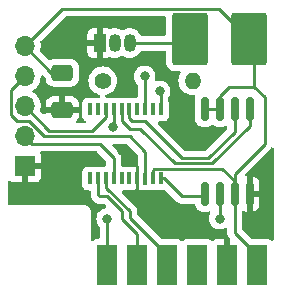
<source format=gbr>
%TF.GenerationSoftware,KiCad,Pcbnew,(6.0.1)*%
%TF.CreationDate,2022-02-07T09:31:49-05:00*%
%TF.ProjectId,hitsmodule,68697473-6d6f-4647-956c-652e6b696361,rev?*%
%TF.SameCoordinates,Original*%
%TF.FileFunction,Copper,L1,Top*%
%TF.FilePolarity,Positive*%
%FSLAX46Y46*%
G04 Gerber Fmt 4.6, Leading zero omitted, Abs format (unit mm)*
G04 Created by KiCad (PCBNEW (6.0.1)) date 2022-02-07 09:31:49*
%MOMM*%
%LPD*%
G01*
G04 APERTURE LIST*
G04 Aperture macros list*
%AMRoundRect*
0 Rectangle with rounded corners*
0 $1 Rounding radius*
0 $2 $3 $4 $5 $6 $7 $8 $9 X,Y pos of 4 corners*
0 Add a 4 corners polygon primitive as box body*
4,1,4,$2,$3,$4,$5,$6,$7,$8,$9,$2,$3,0*
0 Add four circle primitives for the rounded corners*
1,1,$1+$1,$2,$3*
1,1,$1+$1,$4,$5*
1,1,$1+$1,$6,$7*
1,1,$1+$1,$8,$9*
0 Add four rect primitives between the rounded corners*
20,1,$1+$1,$2,$3,$4,$5,0*
20,1,$1+$1,$4,$5,$6,$7,0*
20,1,$1+$1,$6,$7,$8,$9,0*
20,1,$1+$1,$8,$9,$2,$3,0*%
G04 Aperture macros list end*
%TA.AperFunction,SMDPad,CuDef*%
%ADD10RoundRect,0.150000X0.150000X-0.850000X0.150000X0.850000X-0.150000X0.850000X-0.150000X-0.850000X0*%
%TD*%
%TA.AperFunction,ComponentPad*%
%ADD11R,1.700000X3.390000*%
%TD*%
%TA.AperFunction,SMDPad,CuDef*%
%ADD12R,0.400000X1.000000*%
%TD*%
%TA.AperFunction,ComponentPad*%
%ADD13C,1.400000*%
%TD*%
%TA.AperFunction,ComponentPad*%
%ADD14O,1.400000X1.400000*%
%TD*%
%TA.AperFunction,SMDPad,CuDef*%
%ADD15RoundRect,0.250000X-0.650000X0.412500X-0.650000X-0.412500X0.650000X-0.412500X0.650000X0.412500X0*%
%TD*%
%TA.AperFunction,ComponentPad*%
%ADD16R,1.700000X1.700000*%
%TD*%
%TA.AperFunction,ComponentPad*%
%ADD17O,1.700000X1.700000*%
%TD*%
%TA.AperFunction,SMDPad,CuDef*%
%ADD18RoundRect,0.250001X1.262499X1.974999X-1.262499X1.974999X-1.262499X-1.974999X1.262499X-1.974999X0*%
%TD*%
%TA.AperFunction,ComponentPad*%
%ADD19R,1.050000X1.500000*%
%TD*%
%TA.AperFunction,ComponentPad*%
%ADD20O,1.050000X1.500000*%
%TD*%
%TA.AperFunction,ViaPad*%
%ADD21C,0.800000*%
%TD*%
%TA.AperFunction,Conductor*%
%ADD22C,0.250000*%
%TD*%
G04 APERTURE END LIST*
D10*
%TO.P,U1,1,~{CS}*%
%TO.N,SS*%
X155575000Y-92500000D03*
%TO.P,U1,2,SO/SIO1*%
%TO.N,MISO*%
X156845000Y-92500000D03*
%TO.P,U1,3,~{WP}/SIO2*%
%TO.N,+3V3*%
X158115000Y-92500000D03*
%TO.P,U1,4,GND*%
%TO.N,GND*%
X159385000Y-92500000D03*
%TO.P,U1,5,SI/SIO0*%
%TO.N,MOSI*%
X159385000Y-85300000D03*
%TO.P,U1,6,SCLK*%
%TO.N,SCK*%
X158115000Y-85300000D03*
%TO.P,U1,7,~{RESET}/SIO3*%
%TO.N,+3V3*%
X156845000Y-85300000D03*
%TO.P,U1,8,VCC*%
X155575000Y-85300000D03*
%TD*%
D11*
%TO.P,J2,6,Pin_6*%
%TO.N,OUT*%
X147320000Y-98531500D03*
%TO.P,J2,5,Pin_5*%
%TO.N,OKY1*%
X149860000Y-98531500D03*
%TO.P,J2,4,Pin_4*%
%TO.N,OKY2*%
X152400000Y-98531500D03*
%TO.P,J2,3,Pin_3*%
%TO.N,IO1*%
X154940000Y-98531500D03*
%TO.P,J2,2,Pin_2*%
%TO.N,GND*%
X157480000Y-98531500D03*
%TO.P,J2,1,Pin_1*%
%TO.N,+3V3*%
X160020000Y-98531500D03*
%TD*%
D12*
%TO.P,U2,1,P0.5*%
%TO.N,unconnected-(U2-Pad1)*%
X145897200Y-91202000D03*
%TO.P,U2,2,P0.6*%
%TO.N,OKY1*%
X146557600Y-91202000D03*
%TO.P,U2,3,P0.7*%
%TO.N,OKY2*%
X147218000Y-91202000D03*
%TO.P,U2,4,P2.0*%
%TO.N,nRST*%
X147878400Y-91202000D03*
%TO.P,U2,5,P3.0*%
%TO.N,unconnected-(U2-Pad5)*%
X148538800Y-91202000D03*
%TO.P,U2,6,P1.7*%
%TO.N,unconnected-(U2-Pad6)*%
X149199200Y-91202000D03*
%TO.P,U2,7,GND*%
%TO.N,GND*%
X149859600Y-91202000D03*
%TO.P,U2,8,P1.6*%
%TO.N,ICE_DAT*%
X150520000Y-91208000D03*
%TO.P,U2,9,VDD*%
%TO.N,+3V3*%
X151180400Y-91202000D03*
%TO.P,U2,10,P1.5*%
%TO.N,SS*%
X151840800Y-91202000D03*
%TO.P,U2,11,P1.4*%
%TO.N,OUT*%
X151840800Y-85360000D03*
%TO.P,U2,12,P1.3*%
%TO.N,unconnected-(U2-Pad12)*%
X151180400Y-85360000D03*
%TO.P,U2,13,P1.2*%
%TO.N,IO1*%
X150520000Y-85354000D03*
%TO.P,U2,14,P1.1*%
%TO.N,unconnected-(U2-Pad14)*%
X149859600Y-85360000D03*
%TO.P,U2,15,P1.0*%
%TO.N,SCK*%
X149199200Y-85360000D03*
%TO.P,U2,16,P0.0*%
%TO.N,MOSI*%
X148538800Y-85360000D03*
%TO.P,U2,17,P0.1*%
%TO.N,MISO*%
X147878400Y-85360000D03*
%TO.P,U2,18,P0.2*%
%TO.N,ICE_CLK*%
X147218000Y-85360000D03*
%TO.P,U2,19,P0.3*%
%TO.N,unconnected-(U2-Pad19)*%
X146557600Y-85360000D03*
%TO.P,U2,20,P0.4*%
%TO.N,unconnected-(U2-Pad20)*%
X145897200Y-85360000D03*
%TD*%
D13*
%TO.P,R1,1*%
%TO.N,OUT*%
X146939000Y-82931000D03*
D14*
%TO.P,R1,2*%
%TO.N,Net-(Q1-Pad2)*%
X154559000Y-82931000D03*
%TD*%
D15*
%TO.P,C1,1*%
%TO.N,+3V3*%
X143510000Y-82257500D03*
%TO.P,C1,2*%
%TO.N,GND*%
X143510000Y-85382500D03*
%TD*%
D16*
%TO.P,J1,1,Pin_1*%
%TO.N,GND*%
X140335000Y-90165000D03*
D17*
%TO.P,J1,2,Pin_2*%
%TO.N,nRST*%
X140335000Y-87625000D03*
%TO.P,J1,3,Pin_3*%
%TO.N,ICE_CLK*%
X140335000Y-85085000D03*
%TO.P,J1,4,Pin_4*%
%TO.N,ICE_DAT*%
X140335000Y-82545000D03*
%TO.P,J1,5,Pin_5*%
%TO.N,+3V3*%
X140335000Y-80005000D03*
%TD*%
D18*
%TO.P,LS1,1,1*%
%TO.N,+3V3*%
X159357500Y-79375000D03*
%TO.P,LS1,2,2*%
%TO.N,TOUT*%
X154332500Y-79375000D03*
%TD*%
D19*
%TO.P,Q1,1,E*%
%TO.N,GND*%
X146685000Y-79735000D03*
D20*
%TO.P,Q1,2,B*%
%TO.N,Net-(Q1-Pad2)*%
X147955000Y-79735000D03*
%TO.P,Q1,3,C*%
%TO.N,TOUT*%
X149225000Y-79735000D03*
%TD*%
D21*
%TO.N,GND*%
X148590000Y-88900000D03*
X159385000Y-94615000D03*
%TO.N,IO1*%
X150495000Y-82550000D03*
%TO.N,OUT*%
X147320000Y-94615000D03*
X151765000Y-83820000D03*
%TO.N,MISO*%
X156845000Y-94615000D03*
X147852342Y-86811551D03*
%TD*%
D22*
%TO.N,+3V3*%
X151316289Y-90377489D02*
X151180400Y-90513378D01*
X157052489Y-90377489D02*
X151316289Y-90377489D01*
X158115000Y-91440000D02*
X157052489Y-90377489D01*
X151180400Y-90513378D02*
X151180400Y-91202000D01*
X158115000Y-92500000D02*
X158115000Y-91440000D01*
%TO.N,SCK*%
X153613449Y-89478449D02*
X155885551Y-89478449D01*
X150495000Y-86360000D02*
X153613449Y-89478449D01*
X149449200Y-86360000D02*
X150495000Y-86360000D01*
X155885551Y-89478449D02*
X158115000Y-87249000D01*
X158115000Y-87249000D02*
X158115000Y-85300000D01*
X149199200Y-86110000D02*
X149449200Y-86360000D01*
X149199200Y-85360000D02*
X149199200Y-86110000D01*
%TO.N,MOSI*%
X148538800Y-86308800D02*
X148538800Y-85360000D01*
X153035000Y-89927969D02*
X150102031Y-86995000D01*
X149225000Y-86995000D02*
X148538800Y-86308800D01*
X156198031Y-89927969D02*
X153035000Y-89927969D01*
X150102031Y-86995000D02*
X149225000Y-86995000D01*
X159385000Y-86741000D02*
X156198031Y-89927969D01*
X159385000Y-85300000D02*
X159385000Y-86741000D01*
%TO.N,+3V3*%
X159766000Y-79783500D02*
X159357500Y-79375000D01*
X159766000Y-83439000D02*
X159766000Y-79783500D01*
X159766000Y-83439000D02*
X157607000Y-83439000D01*
X157607000Y-83439000D02*
X156845000Y-84201000D01*
X156845000Y-84201000D02*
X156845000Y-85300000D01*
X160655000Y-88265000D02*
X160655000Y-84328000D01*
X160655000Y-84328000D02*
X159766000Y-83439000D01*
X158115000Y-90805000D02*
X160655000Y-88265000D01*
X158115000Y-92500000D02*
X158115000Y-90805000D01*
%TO.N,GND*%
X149859600Y-91202000D02*
X149859600Y-92709600D01*
X149859600Y-92709600D02*
X149860000Y-92710000D01*
X149859600Y-91202000D02*
X149859600Y-90169600D01*
%TO.N,nRST*%
X140335000Y-87625000D02*
X140975000Y-88265000D01*
X146685000Y-88265000D02*
X147878400Y-89458400D01*
X147878400Y-89458400D02*
X147878400Y-91202000D01*
X140975000Y-88265000D02*
X146685000Y-88265000D01*
%TO.N,ICE_CLK*%
X142240000Y-86995000D02*
X142425480Y-87180480D01*
X142425480Y-87180480D02*
X146050000Y-87180480D01*
X147218000Y-86012480D02*
X147218000Y-85360000D01*
X146050000Y-87180480D02*
X147218000Y-86012480D01*
X140335000Y-85085000D02*
X142240000Y-86990000D01*
X142240000Y-86990000D02*
X142240000Y-86995000D01*
%TO.N,ICE_DAT*%
X140335000Y-82545000D02*
X139160489Y-83719511D01*
X139160489Y-83719511D02*
X139160489Y-85820489D01*
X150520000Y-88925000D02*
X150520000Y-91208000D01*
X139160489Y-85820489D02*
X139700000Y-86360000D01*
X142001010Y-87630000D02*
X149225000Y-87630000D01*
X140731010Y-86360000D02*
X142001010Y-87630000D01*
X139700000Y-86360000D02*
X140731010Y-86360000D01*
X149225000Y-87630000D02*
X150520000Y-88925000D01*
%TO.N,+3V3*%
X143510000Y-82257500D02*
X142587500Y-82257500D01*
X143514520Y-76825480D02*
X140335000Y-80005000D01*
X158115000Y-92500000D02*
X158115000Y-95781500D01*
X142587500Y-82257500D02*
X140335000Y-80005000D01*
X156845000Y-85300000D02*
X155575000Y-85300000D01*
X158115000Y-95781500D02*
X160020000Y-97686500D01*
X159357500Y-79375000D02*
X156807980Y-76825480D01*
X156807980Y-76825480D02*
X143514520Y-76825480D01*
%TO.N,IO1*%
X150520000Y-85354000D02*
X150520000Y-82575000D01*
X150520000Y-82575000D02*
X150495000Y-82550000D01*
%TO.N,OKY1*%
X147319282Y-92710000D02*
X148590000Y-93980718D01*
X148590000Y-94615000D02*
X149860000Y-95885000D01*
X149860000Y-95885000D02*
X149860000Y-97686500D01*
X146685000Y-92710000D02*
X147319282Y-92710000D01*
X146557600Y-91202000D02*
X146557600Y-92582600D01*
X146557600Y-92582600D02*
X146685000Y-92710000D01*
X148590000Y-93980718D02*
X148590000Y-94615000D01*
%TO.N,OKY2*%
X149225000Y-94511500D02*
X152400000Y-97686500D01*
X147218000Y-91973000D02*
X149225000Y-93980000D01*
X149225000Y-93980000D02*
X149225000Y-94511500D01*
X147218000Y-91202000D02*
X147218000Y-91973000D01*
%TO.N,OUT*%
X147320000Y-94615000D02*
X147320000Y-99060000D01*
X151840800Y-85360000D02*
X151840800Y-83895800D01*
X151840800Y-83895800D02*
X151765000Y-83820000D01*
%TO.N,TOUT*%
X153972500Y-79735000D02*
X154332500Y-79375000D01*
X149225000Y-79735000D02*
X153972500Y-79735000D01*
%TO.N,SS*%
X153670000Y-92710000D02*
X155365000Y-92710000D01*
X152162000Y-91202000D02*
X153670000Y-92710000D01*
X151840800Y-91202000D02*
X152162000Y-91202000D01*
X155365000Y-92710000D02*
X155575000Y-92500000D01*
%TO.N,MISO*%
X156845000Y-94615000D02*
X156845000Y-92500000D01*
X147878400Y-85360000D02*
X147878400Y-86785493D01*
X147878400Y-86785493D02*
X147852342Y-86811551D01*
%TD*%
%TA.AperFunction,Conductor*%
%TO.N,GND*%
G36*
X149900632Y-92029457D02*
G01*
X149945695Y-92058418D01*
X149951358Y-92064081D01*
X149956739Y-92071261D01*
X149963919Y-92076642D01*
X150009684Y-92110941D01*
X150052199Y-92167800D01*
X150055015Y-92176269D01*
X150064074Y-92207123D01*
X150065465Y-92208328D01*
X150073148Y-92209999D01*
X150104269Y-92209999D01*
X150111091Y-92209629D01*
X150159756Y-92204344D01*
X150202412Y-92207019D01*
X150209684Y-92209745D01*
X150217532Y-92210598D01*
X150217534Y-92210598D01*
X150268469Y-92216131D01*
X150271866Y-92216500D01*
X150768134Y-92216500D01*
X150830316Y-92209745D01*
X150836772Y-92207325D01*
X150878788Y-92204691D01*
X150928867Y-92210131D01*
X150928871Y-92210131D01*
X150932266Y-92210500D01*
X151428534Y-92210500D01*
X151436534Y-92209631D01*
X151490716Y-92203745D01*
X151490845Y-92204932D01*
X151530355Y-92204932D01*
X151530484Y-92203745D01*
X151584667Y-92209631D01*
X151592666Y-92210500D01*
X152088934Y-92210500D01*
X152151116Y-92203745D01*
X152160052Y-92200395D01*
X152161333Y-92200301D01*
X152166200Y-92199144D01*
X152166387Y-92199931D01*
X152230859Y-92195212D01*
X152293378Y-92229282D01*
X153166353Y-93102258D01*
X153173887Y-93110537D01*
X153178000Y-93117018D01*
X153227651Y-93163643D01*
X153230493Y-93166398D01*
X153250230Y-93186135D01*
X153253427Y-93188615D01*
X153262447Y-93196318D01*
X153294679Y-93226586D01*
X153301625Y-93230405D01*
X153301628Y-93230407D01*
X153312434Y-93236348D01*
X153328953Y-93247199D01*
X153344959Y-93259614D01*
X153352228Y-93262759D01*
X153352232Y-93262762D01*
X153385537Y-93277174D01*
X153396187Y-93282391D01*
X153434940Y-93303695D01*
X153442615Y-93305666D01*
X153442616Y-93305666D01*
X153454562Y-93308733D01*
X153473267Y-93315137D01*
X153491855Y-93323181D01*
X153499678Y-93324420D01*
X153499688Y-93324423D01*
X153535524Y-93330099D01*
X153547144Y-93332505D01*
X153582289Y-93341528D01*
X153589970Y-93343500D01*
X153610224Y-93343500D01*
X153629934Y-93345051D01*
X153649943Y-93348220D01*
X153657835Y-93347474D01*
X153693961Y-93344059D01*
X153705819Y-93343500D01*
X154644882Y-93343500D01*
X154713003Y-93363502D01*
X154759496Y-93417158D01*
X154768831Y-93446859D01*
X154768933Y-93447420D01*
X154769438Y-93453831D01*
X154771233Y-93460009D01*
X154771233Y-93460010D01*
X154813586Y-93605790D01*
X154815855Y-93613601D01*
X154832311Y-93641427D01*
X154896509Y-93749980D01*
X154896511Y-93749983D01*
X154900547Y-93756807D01*
X155018193Y-93874453D01*
X155025017Y-93878489D01*
X155025020Y-93878491D01*
X155078888Y-93910348D01*
X155161399Y-93959145D01*
X155169010Y-93961356D01*
X155169012Y-93961357D01*
X155221231Y-93976528D01*
X155321169Y-94005562D01*
X155327574Y-94006066D01*
X155327579Y-94006067D01*
X155356042Y-94008307D01*
X155356050Y-94008307D01*
X155358498Y-94008500D01*
X155791502Y-94008500D01*
X155793950Y-94008307D01*
X155793958Y-94008307D01*
X155822421Y-94006067D01*
X155822426Y-94006066D01*
X155828831Y-94005562D01*
X155911113Y-93981657D01*
X155982110Y-93981860D01*
X156041726Y-94020414D01*
X156071034Y-94085079D01*
X156060730Y-94155324D01*
X156055385Y-94165654D01*
X156010473Y-94243444D01*
X155951458Y-94425072D01*
X155950768Y-94431633D01*
X155950768Y-94431635D01*
X155944887Y-94487587D01*
X155931496Y-94615000D01*
X155951458Y-94804928D01*
X156010473Y-94986556D01*
X156105960Y-95151944D01*
X156233747Y-95293866D01*
X156388248Y-95406118D01*
X156394276Y-95408802D01*
X156394278Y-95408803D01*
X156556681Y-95481109D01*
X156562712Y-95483794D01*
X156656112Y-95503647D01*
X156743056Y-95522128D01*
X156743061Y-95522128D01*
X156749513Y-95523500D01*
X156940487Y-95523500D01*
X156946939Y-95522128D01*
X156946944Y-95522128D01*
X157033888Y-95503647D01*
X157127288Y-95483794D01*
X157151656Y-95472945D01*
X157301752Y-95406118D01*
X157302677Y-95408196D01*
X157361488Y-95393924D01*
X157428581Y-95417141D01*
X157472472Y-95472945D01*
X157481500Y-95519782D01*
X157481500Y-95702733D01*
X157480973Y-95713916D01*
X157479298Y-95721409D01*
X157479547Y-95729335D01*
X157479547Y-95729336D01*
X157481438Y-95789486D01*
X157481500Y-95793445D01*
X157481500Y-95821356D01*
X157481997Y-95825290D01*
X157481997Y-95825291D01*
X157482005Y-95825356D01*
X157482938Y-95837193D01*
X157484327Y-95881389D01*
X157489978Y-95900839D01*
X157493987Y-95920200D01*
X157496526Y-95940297D01*
X157499445Y-95947668D01*
X157499445Y-95947670D01*
X157512804Y-95981412D01*
X157516649Y-95992642D01*
X157528982Y-96035093D01*
X157533015Y-96041912D01*
X157533017Y-96041917D01*
X157539293Y-96052528D01*
X157547988Y-96070276D01*
X157555448Y-96089117D01*
X157560110Y-96095533D01*
X157560110Y-96095534D01*
X157581436Y-96124887D01*
X157587952Y-96134807D01*
X157610458Y-96172862D01*
X157624779Y-96187183D01*
X157637619Y-96202216D01*
X157649528Y-96218607D01*
X157655634Y-96223658D01*
X157683605Y-96246798D01*
X157692384Y-96254788D01*
X157697095Y-96259499D01*
X157731121Y-96321811D01*
X157734000Y-96348594D01*
X157734000Y-98659500D01*
X157713998Y-98727621D01*
X157660342Y-98774114D01*
X157608000Y-98785500D01*
X157352000Y-98785500D01*
X157283879Y-98765498D01*
X157237386Y-98711842D01*
X157226000Y-98659500D01*
X157226000Y-96346616D01*
X157221525Y-96331377D01*
X157220135Y-96330172D01*
X157212452Y-96328501D01*
X156585331Y-96328501D01*
X156578510Y-96328871D01*
X156527648Y-96334395D01*
X156512396Y-96338021D01*
X156391946Y-96383176D01*
X156376351Y-96391714D01*
X156285982Y-96459442D01*
X156219475Y-96484290D01*
X156150093Y-96469237D01*
X156134852Y-96459442D01*
X156081557Y-96419500D01*
X156036705Y-96385885D01*
X155900316Y-96334755D01*
X155838134Y-96328000D01*
X154041866Y-96328000D01*
X153979684Y-96334755D01*
X153843295Y-96385885D01*
X153745565Y-96459130D01*
X153679059Y-96483978D01*
X153609676Y-96468925D01*
X153594435Y-96459130D01*
X153496705Y-96385885D01*
X153360316Y-96334755D01*
X153298134Y-96328000D01*
X151989594Y-96328000D01*
X151921473Y-96307998D01*
X151900499Y-96291095D01*
X149895405Y-94286000D01*
X149861379Y-94223688D01*
X149858500Y-94196905D01*
X149858500Y-94058768D01*
X149859027Y-94047585D01*
X149860702Y-94040092D01*
X149859491Y-94001544D01*
X149858562Y-93972002D01*
X149858500Y-93968044D01*
X149858500Y-93940144D01*
X149857994Y-93936134D01*
X149857063Y-93924311D01*
X149857020Y-93922925D01*
X149855674Y-93880111D01*
X149852286Y-93868449D01*
X149850021Y-93860652D01*
X149846012Y-93841293D01*
X149845846Y-93839983D01*
X149843474Y-93821203D01*
X149840558Y-93813837D01*
X149840556Y-93813831D01*
X149827200Y-93780098D01*
X149823355Y-93768868D01*
X149813230Y-93734017D01*
X149813230Y-93734016D01*
X149811019Y-93726407D01*
X149800705Y-93708966D01*
X149792008Y-93691213D01*
X149787472Y-93679758D01*
X149784552Y-93672383D01*
X149762061Y-93641427D01*
X149758563Y-93636612D01*
X149752047Y-93626692D01*
X149739803Y-93605988D01*
X149729542Y-93588638D01*
X149715221Y-93574317D01*
X149702380Y-93559283D01*
X149695131Y-93549306D01*
X149690472Y-93542893D01*
X149656395Y-93514702D01*
X149647616Y-93506712D01*
X148566500Y-92425595D01*
X148532474Y-92363283D01*
X148537539Y-92292467D01*
X148580086Y-92235632D01*
X148646606Y-92210821D01*
X148655595Y-92210500D01*
X148786934Y-92210500D01*
X148794934Y-92209631D01*
X148849116Y-92203745D01*
X148849245Y-92204932D01*
X148888755Y-92204932D01*
X148888884Y-92203745D01*
X148943067Y-92209631D01*
X148951066Y-92210500D01*
X149447334Y-92210500D01*
X149455334Y-92209631D01*
X149509516Y-92203745D01*
X149509617Y-92204675D01*
X149549238Y-92204675D01*
X149549393Y-92203252D01*
X149608114Y-92209631D01*
X149614928Y-92210000D01*
X149641485Y-92210000D01*
X149656724Y-92205525D01*
X149657929Y-92204135D01*
X149662479Y-92183217D01*
X149665889Y-92183959D01*
X149679602Y-92137257D01*
X149710035Y-92104552D01*
X149755281Y-92070642D01*
X149762461Y-92065261D01*
X149767648Y-92058340D01*
X149829817Y-92024392D01*
X149900632Y-92029457D01*
G37*
%TD.AperFunction*%
%TA.AperFunction,Conductor*%
G36*
X146438527Y-88918502D02*
G01*
X146459501Y-88935405D01*
X147207995Y-89683899D01*
X147242021Y-89746211D01*
X147244900Y-89772994D01*
X147244900Y-90067500D01*
X147224898Y-90135621D01*
X147171242Y-90182114D01*
X147118900Y-90193500D01*
X146969866Y-90193500D01*
X146907684Y-90200255D01*
X146907555Y-90199068D01*
X146868045Y-90199068D01*
X146867916Y-90200255D01*
X146809131Y-90193869D01*
X146805734Y-90193500D01*
X146309466Y-90193500D01*
X146247284Y-90200255D01*
X146247155Y-90199068D01*
X146207645Y-90199068D01*
X146207516Y-90200255D01*
X146148731Y-90193869D01*
X146145334Y-90193500D01*
X145649066Y-90193500D01*
X145586884Y-90200255D01*
X145450495Y-90251385D01*
X145333939Y-90338739D01*
X145246585Y-90455295D01*
X145195455Y-90591684D01*
X145188700Y-90653866D01*
X145188700Y-91750134D01*
X145195455Y-91812316D01*
X145246585Y-91948705D01*
X145333939Y-92065261D01*
X145450495Y-92152615D01*
X145586884Y-92203745D01*
X145649066Y-92210500D01*
X145798100Y-92210500D01*
X145866221Y-92230502D01*
X145912714Y-92284158D01*
X145924100Y-92336500D01*
X145924100Y-92503833D01*
X145923573Y-92515016D01*
X145921898Y-92522509D01*
X145922147Y-92530435D01*
X145922147Y-92530436D01*
X145924038Y-92590586D01*
X145924100Y-92594545D01*
X145924100Y-92622456D01*
X145924597Y-92626390D01*
X145924597Y-92626391D01*
X145924605Y-92626456D01*
X145925538Y-92638293D01*
X145926927Y-92682489D01*
X145932578Y-92701939D01*
X145936587Y-92721300D01*
X145939126Y-92741397D01*
X145942045Y-92748768D01*
X145942045Y-92748770D01*
X145955404Y-92782512D01*
X145959249Y-92793742D01*
X145971582Y-92836193D01*
X145975615Y-92843012D01*
X145975617Y-92843017D01*
X145981893Y-92853628D01*
X145990588Y-92871376D01*
X145998048Y-92890217D01*
X146002710Y-92896633D01*
X146002710Y-92896634D01*
X146024036Y-92925987D01*
X146030552Y-92935907D01*
X146053058Y-92973962D01*
X146067382Y-92988286D01*
X146080217Y-93003313D01*
X146092128Y-93019707D01*
X146098236Y-93024760D01*
X146098238Y-93024762D01*
X146126198Y-93047892D01*
X146134978Y-93055882D01*
X146181347Y-93102251D01*
X146188887Y-93110537D01*
X146193000Y-93117018D01*
X146198779Y-93122445D01*
X146198780Y-93122446D01*
X146242652Y-93163644D01*
X146245493Y-93166398D01*
X146265230Y-93186135D01*
X146268427Y-93188615D01*
X146277447Y-93196318D01*
X146309679Y-93226586D01*
X146316625Y-93230405D01*
X146316628Y-93230407D01*
X146327434Y-93236348D01*
X146343953Y-93247199D01*
X146359959Y-93259614D01*
X146367228Y-93262759D01*
X146367232Y-93262762D01*
X146400537Y-93277174D01*
X146411187Y-93282391D01*
X146449940Y-93303695D01*
X146457615Y-93305666D01*
X146457616Y-93305666D01*
X146469562Y-93308733D01*
X146488267Y-93315137D01*
X146506855Y-93323181D01*
X146514678Y-93324420D01*
X146514688Y-93324423D01*
X146550524Y-93330099D01*
X146562144Y-93332505D01*
X146597289Y-93341528D01*
X146604970Y-93343500D01*
X146625224Y-93343500D01*
X146644934Y-93345051D01*
X146664943Y-93348220D01*
X146672835Y-93347474D01*
X146708961Y-93344059D01*
X146720819Y-93343500D01*
X147004688Y-93343500D01*
X147072809Y-93363502D01*
X147093783Y-93380405D01*
X147221538Y-93508160D01*
X147255564Y-93570472D01*
X147250499Y-93641287D01*
X147207952Y-93698123D01*
X147158641Y-93720502D01*
X147037712Y-93746206D01*
X147031682Y-93748891D01*
X147031681Y-93748891D01*
X146869278Y-93821197D01*
X146869276Y-93821198D01*
X146863248Y-93823882D01*
X146708747Y-93936134D01*
X146704326Y-93941044D01*
X146704325Y-93941045D01*
X146649852Y-94001544D01*
X146580960Y-94078056D01*
X146485473Y-94243444D01*
X146426458Y-94425072D01*
X146425768Y-94431633D01*
X146425768Y-94431635D01*
X146419887Y-94487587D01*
X146406496Y-94615000D01*
X146426458Y-94804928D01*
X146485473Y-94986556D01*
X146580960Y-95151944D01*
X146654137Y-95233215D01*
X146684853Y-95297221D01*
X146686500Y-95317524D01*
X146686500Y-96202000D01*
X146666498Y-96270121D01*
X146612842Y-96316614D01*
X146560500Y-96328000D01*
X146421866Y-96328000D01*
X146359684Y-96334755D01*
X146223295Y-96385885D01*
X146178443Y-96419500D01*
X146124565Y-96459879D01*
X146058059Y-96484727D01*
X145988676Y-96469674D01*
X145938446Y-96419500D01*
X145923000Y-96359053D01*
X145923000Y-93988702D01*
X145923002Y-93987932D01*
X145923111Y-93970029D01*
X145923476Y-93910348D01*
X145921010Y-93901719D01*
X145921009Y-93901714D01*
X145915361Y-93881952D01*
X145911783Y-93865191D01*
X145908870Y-93844848D01*
X145908867Y-93844838D01*
X145907595Y-93835955D01*
X145896979Y-93812605D01*
X145890536Y-93795093D01*
X145885954Y-93779063D01*
X145883488Y-93770435D01*
X145867726Y-93745452D01*
X145859596Y-93730386D01*
X145847367Y-93703490D01*
X145830626Y-93684061D01*
X145819521Y-93669053D01*
X145810630Y-93654961D01*
X145805840Y-93647369D01*
X145783703Y-93627818D01*
X145771659Y-93615626D01*
X145758239Y-93600051D01*
X145758237Y-93600050D01*
X145752381Y-93593253D01*
X145744853Y-93588374D01*
X145744850Y-93588371D01*
X145730861Y-93579304D01*
X145715987Y-93568014D01*
X145703502Y-93556988D01*
X145696772Y-93551044D01*
X145688646Y-93547229D01*
X145688645Y-93547228D01*
X145682979Y-93544568D01*
X145670034Y-93538490D01*
X145655065Y-93530176D01*
X145630273Y-93514107D01*
X145605709Y-93506761D01*
X145588264Y-93500099D01*
X145565052Y-93489201D01*
X145535870Y-93484657D01*
X145519151Y-93480874D01*
X145499464Y-93474986D01*
X145499461Y-93474985D01*
X145490859Y-93472413D01*
X145481884Y-93472358D01*
X145481883Y-93472358D01*
X145475190Y-93472317D01*
X145456444Y-93472203D01*
X145455672Y-93472170D01*
X145454577Y-93472000D01*
X145423702Y-93472000D01*
X145422932Y-93471998D01*
X145349284Y-93471548D01*
X145349283Y-93471548D01*
X145345348Y-93471524D01*
X145344004Y-93471908D01*
X145342659Y-93472000D01*
X139064000Y-93472000D01*
X138995879Y-93451998D01*
X138949386Y-93398342D01*
X138938000Y-93346000D01*
X138938000Y-91491822D01*
X138958002Y-91423701D01*
X139011658Y-91377208D01*
X139081932Y-91367104D01*
X139139565Y-91390996D01*
X139231351Y-91459786D01*
X139246946Y-91468324D01*
X139367394Y-91513478D01*
X139382649Y-91517105D01*
X139433514Y-91522631D01*
X139440328Y-91523000D01*
X140062885Y-91523000D01*
X140078124Y-91518525D01*
X140079329Y-91517135D01*
X140081000Y-91509452D01*
X140081000Y-91504884D01*
X140589000Y-91504884D01*
X140593475Y-91520123D01*
X140594865Y-91521328D01*
X140602548Y-91522999D01*
X141229669Y-91522999D01*
X141236490Y-91522629D01*
X141287352Y-91517105D01*
X141302604Y-91513479D01*
X141423054Y-91468324D01*
X141438649Y-91459786D01*
X141540724Y-91383285D01*
X141553285Y-91370724D01*
X141629786Y-91268649D01*
X141638324Y-91253054D01*
X141683478Y-91132606D01*
X141687105Y-91117351D01*
X141692631Y-91066486D01*
X141693000Y-91059672D01*
X141693000Y-90437115D01*
X141688525Y-90421876D01*
X141687135Y-90420671D01*
X141679452Y-90419000D01*
X140607115Y-90419000D01*
X140591876Y-90423475D01*
X140590671Y-90424865D01*
X140589000Y-90432548D01*
X140589000Y-91504884D01*
X140081000Y-91504884D01*
X140081000Y-90037000D01*
X140101002Y-89968879D01*
X140154658Y-89922386D01*
X140207000Y-89911000D01*
X141674884Y-89911000D01*
X141690123Y-89906525D01*
X141691328Y-89905135D01*
X141692999Y-89897452D01*
X141692999Y-89270331D01*
X141692629Y-89263510D01*
X141687105Y-89212648D01*
X141683479Y-89197396D01*
X141635244Y-89068730D01*
X141630061Y-88997923D01*
X141663982Y-88935554D01*
X141726237Y-88901424D01*
X141753226Y-88898500D01*
X146370406Y-88898500D01*
X146438527Y-88918502D01*
G37*
%TD.AperFunction*%
%TA.AperFunction,Conductor*%
G36*
X161366797Y-88584000D02*
G01*
X161409181Y-88640957D01*
X161417000Y-88684652D01*
X161417000Y-96359053D01*
X161396998Y-96427174D01*
X161343342Y-96473667D01*
X161273068Y-96483771D01*
X161215435Y-96459879D01*
X161161557Y-96419500D01*
X161116705Y-96385885D01*
X160980316Y-96334755D01*
X160918134Y-96328000D01*
X159609595Y-96328000D01*
X159541474Y-96307998D01*
X159520499Y-96291095D01*
X158785404Y-95555999D01*
X158751379Y-95493687D01*
X158748500Y-95466904D01*
X158748500Y-94047643D01*
X158768502Y-93979522D01*
X158822158Y-93933029D01*
X158892432Y-93922925D01*
X158938639Y-93939189D01*
X158964779Y-93954648D01*
X158979210Y-93960893D01*
X159113605Y-93999939D01*
X159127706Y-93999899D01*
X159131000Y-93992630D01*
X159131000Y-93986878D01*
X159639000Y-93986878D01*
X159642973Y-94000409D01*
X159650871Y-94001544D01*
X159790790Y-93960893D01*
X159805221Y-93954648D01*
X159934678Y-93878089D01*
X159947104Y-93868449D01*
X160053449Y-93762104D01*
X160063089Y-93749678D01*
X160139648Y-93620221D01*
X160145893Y-93605790D01*
X160188269Y-93459935D01*
X160190570Y-93447333D01*
X160192807Y-93418916D01*
X160193000Y-93413986D01*
X160193000Y-92772115D01*
X160188525Y-92756876D01*
X160187135Y-92755671D01*
X160179452Y-92754000D01*
X159657115Y-92754000D01*
X159641876Y-92758475D01*
X159640671Y-92759865D01*
X159639000Y-92767548D01*
X159639000Y-93986878D01*
X159131000Y-93986878D01*
X159131000Y-92227885D01*
X159639000Y-92227885D01*
X159643475Y-92243124D01*
X159644865Y-92244329D01*
X159652548Y-92246000D01*
X160174884Y-92246000D01*
X160190123Y-92241525D01*
X160191328Y-92240135D01*
X160192999Y-92232452D01*
X160192999Y-91586017D01*
X160192805Y-91581080D01*
X160190570Y-91552664D01*
X160188270Y-91540069D01*
X160145893Y-91394210D01*
X160139648Y-91379779D01*
X160063089Y-91250322D01*
X160053449Y-91237896D01*
X159947104Y-91131551D01*
X159934678Y-91121911D01*
X159805221Y-91045352D01*
X159790790Y-91039107D01*
X159656395Y-91000061D01*
X159642294Y-91000101D01*
X159639000Y-91007370D01*
X159639000Y-92227885D01*
X159131000Y-92227885D01*
X159131000Y-91013122D01*
X159127027Y-90999592D01*
X159104524Y-90996357D01*
X159039943Y-90966864D01*
X159001559Y-90907138D01*
X159001559Y-90836141D01*
X159033360Y-90782544D01*
X161047247Y-88768657D01*
X161055537Y-88761113D01*
X161062018Y-88757000D01*
X161108659Y-88707332D01*
X161111413Y-88704491D01*
X161131134Y-88684770D01*
X161133612Y-88681575D01*
X161141318Y-88672553D01*
X161166158Y-88646101D01*
X161171586Y-88640321D01*
X161175408Y-88633369D01*
X161180586Y-88623951D01*
X161230931Y-88573892D01*
X161300348Y-88558999D01*
X161366797Y-88584000D01*
G37*
%TD.AperFunction*%
%TA.AperFunction,Conductor*%
G36*
X148978527Y-88283502D02*
G01*
X148999501Y-88300405D01*
X149849595Y-89150499D01*
X149883621Y-89212811D01*
X149886500Y-89239594D01*
X149886500Y-90068000D01*
X149866498Y-90136121D01*
X149812842Y-90182614D01*
X149760501Y-90194000D01*
X149614932Y-90194001D01*
X149608110Y-90194371D01*
X149549393Y-90200748D01*
X149549239Y-90199328D01*
X149509617Y-90199326D01*
X149509516Y-90200255D01*
X149450731Y-90193869D01*
X149447334Y-90193500D01*
X148951066Y-90193500D01*
X148888884Y-90200255D01*
X148888755Y-90199068D01*
X148849245Y-90199068D01*
X148849116Y-90200255D01*
X148790331Y-90193869D01*
X148786934Y-90193500D01*
X148637900Y-90193500D01*
X148569779Y-90173498D01*
X148523286Y-90119842D01*
X148511900Y-90067500D01*
X148511900Y-89537163D01*
X148512427Y-89525979D01*
X148514101Y-89518491D01*
X148511962Y-89450432D01*
X148511900Y-89446475D01*
X148511900Y-89418544D01*
X148511394Y-89414538D01*
X148510461Y-89402692D01*
X148509322Y-89366437D01*
X148509073Y-89358510D01*
X148503422Y-89339058D01*
X148499414Y-89319706D01*
X148497868Y-89307468D01*
X148497867Y-89307466D01*
X148496874Y-89299603D01*
X148480594Y-89258486D01*
X148476759Y-89247285D01*
X148464418Y-89204806D01*
X148460385Y-89197987D01*
X148460383Y-89197982D01*
X148454107Y-89187371D01*
X148445410Y-89169621D01*
X148437952Y-89150783D01*
X148411971Y-89115023D01*
X148405453Y-89105101D01*
X148386978Y-89073860D01*
X148386974Y-89073855D01*
X148382942Y-89067037D01*
X148368618Y-89052713D01*
X148355776Y-89037678D01*
X148343872Y-89021293D01*
X148309806Y-88993111D01*
X148301027Y-88985122D01*
X147794500Y-88478595D01*
X147760474Y-88416283D01*
X147765539Y-88345468D01*
X147808086Y-88288632D01*
X147874606Y-88263821D01*
X147883595Y-88263500D01*
X148910406Y-88263500D01*
X148978527Y-88283502D01*
G37*
%TD.AperFunction*%
%TA.AperFunction,Conductor*%
G36*
X152253621Y-77478982D02*
G01*
X152300114Y-77532638D01*
X152311500Y-77584980D01*
X152311500Y-78975500D01*
X152291498Y-79043621D01*
X152237842Y-79090114D01*
X152185500Y-79101500D01*
X150254067Y-79101500D01*
X150185946Y-79081498D01*
X150142815Y-79034653D01*
X150092883Y-78940743D01*
X150089990Y-78935302D01*
X149961890Y-78778237D01*
X149949539Y-78768019D01*
X149810472Y-78652973D01*
X149810469Y-78652971D01*
X149805722Y-78649044D01*
X149627435Y-78552644D01*
X149530628Y-78522677D01*
X149439707Y-78494532D01*
X149439704Y-78494531D01*
X149433820Y-78492710D01*
X149427695Y-78492066D01*
X149427694Y-78492066D01*
X149238378Y-78472168D01*
X149238377Y-78472168D01*
X149232250Y-78471524D01*
X149153709Y-78478672D01*
X149036543Y-78489335D01*
X149036540Y-78489336D01*
X149030404Y-78489894D01*
X149024498Y-78491632D01*
X149024494Y-78491633D01*
X148888442Y-78531676D01*
X148835971Y-78547119D01*
X148830514Y-78549972D01*
X148830511Y-78549973D01*
X148746163Y-78594069D01*
X148656540Y-78640923D01*
X148656538Y-78640923D01*
X148656355Y-78641019D01*
X148656337Y-78640984D01*
X148590559Y-78660889D01*
X148529591Y-78645729D01*
X148520815Y-78640984D01*
X148357435Y-78552644D01*
X148260628Y-78522677D01*
X148169707Y-78494532D01*
X148169704Y-78494531D01*
X148163820Y-78492710D01*
X148157695Y-78492066D01*
X148157694Y-78492066D01*
X147968378Y-78472168D01*
X147968377Y-78472168D01*
X147962250Y-78471524D01*
X147883709Y-78478672D01*
X147766543Y-78489335D01*
X147766540Y-78489336D01*
X147760404Y-78489894D01*
X147754498Y-78491632D01*
X147754494Y-78491633D01*
X147663188Y-78518506D01*
X147565971Y-78547119D01*
X147565771Y-78546441D01*
X147499727Y-78552956D01*
X147462677Y-78539680D01*
X147448063Y-78531679D01*
X147327606Y-78486522D01*
X147312351Y-78482895D01*
X147261486Y-78477369D01*
X147254672Y-78477000D01*
X146957115Y-78477000D01*
X146941876Y-78481475D01*
X146940671Y-78482865D01*
X146939000Y-78490548D01*
X146939000Y-79288758D01*
X146938215Y-79302803D01*
X146921500Y-79451817D01*
X146921500Y-80011004D01*
X146936277Y-80161713D01*
X146936968Y-80164002D01*
X146939000Y-80184724D01*
X146939000Y-80974884D01*
X146943475Y-80990123D01*
X146944865Y-80991328D01*
X146952548Y-80992999D01*
X147254669Y-80992999D01*
X147261490Y-80992629D01*
X147312352Y-80987105D01*
X147327604Y-80983479D01*
X147448056Y-80938323D01*
X147463466Y-80929886D01*
X147532823Y-80914716D01*
X147561235Y-80920040D01*
X147746180Y-80977290D01*
X147752305Y-80977934D01*
X147752306Y-80977934D01*
X147941622Y-80997832D01*
X147941623Y-80997832D01*
X147947750Y-80998476D01*
X148057090Y-80988525D01*
X148143457Y-80980665D01*
X148143460Y-80980664D01*
X148149596Y-80980106D01*
X148155502Y-80978368D01*
X148155506Y-80978367D01*
X148338120Y-80924620D01*
X148338119Y-80924620D01*
X148344029Y-80922881D01*
X148349486Y-80920028D01*
X148349489Y-80920027D01*
X148501182Y-80840724D01*
X148523460Y-80829077D01*
X148523462Y-80829077D01*
X148523645Y-80828981D01*
X148523663Y-80829016D01*
X148589441Y-80809111D01*
X148650409Y-80824271D01*
X148822565Y-80917356D01*
X148919373Y-80947323D01*
X149010293Y-80975468D01*
X149010296Y-80975469D01*
X149016180Y-80977290D01*
X149022305Y-80977934D01*
X149022306Y-80977934D01*
X149211622Y-80997832D01*
X149211623Y-80997832D01*
X149217750Y-80998476D01*
X149327090Y-80988525D01*
X149413457Y-80980665D01*
X149413460Y-80980664D01*
X149419596Y-80980106D01*
X149425502Y-80978368D01*
X149425506Y-80978367D01*
X149608120Y-80924620D01*
X149608119Y-80924620D01*
X149614029Y-80922881D01*
X149619486Y-80920028D01*
X149619489Y-80920027D01*
X149771182Y-80840724D01*
X149793645Y-80828981D01*
X149951601Y-80701981D01*
X150081881Y-80546719D01*
X150084845Y-80541327D01*
X150084848Y-80541323D01*
X150143959Y-80433799D01*
X150194304Y-80383741D01*
X150254374Y-80368500D01*
X152185500Y-80368500D01*
X152253621Y-80388502D01*
X152300114Y-80442158D01*
X152311500Y-80494500D01*
X152311500Y-81400400D01*
X152322474Y-81506165D01*
X152324655Y-81512701D01*
X152324655Y-81512703D01*
X152329759Y-81528002D01*
X152378450Y-81673945D01*
X152471522Y-81824348D01*
X152596697Y-81949305D01*
X152602927Y-81953145D01*
X152602928Y-81953146D01*
X152740090Y-82037694D01*
X152747262Y-82042115D01*
X152827005Y-82068564D01*
X152908611Y-82095632D01*
X152908613Y-82095632D01*
X152915139Y-82097797D01*
X152921975Y-82098497D01*
X152921978Y-82098498D01*
X152965031Y-82102909D01*
X153019600Y-82108500D01*
X153417572Y-82108500D01*
X153485693Y-82128502D01*
X153532186Y-82182158D01*
X153542290Y-82252432D01*
X153520785Y-82306770D01*
X153508411Y-82324442D01*
X153419044Y-82516090D01*
X153417622Y-82521398D01*
X153417621Y-82521400D01*
X153409958Y-82550000D01*
X153364314Y-82720345D01*
X153345884Y-82931000D01*
X153364314Y-83141655D01*
X153365738Y-83146968D01*
X153365738Y-83146970D01*
X153396908Y-83263296D01*
X153419044Y-83345910D01*
X153421366Y-83350891D01*
X153421367Y-83350892D01*
X153426601Y-83362115D01*
X153508411Y-83537558D01*
X153629699Y-83710776D01*
X153779224Y-83860301D01*
X153952442Y-83981589D01*
X153957420Y-83983910D01*
X153957423Y-83983912D01*
X154139108Y-84068633D01*
X154144090Y-84070956D01*
X154149398Y-84072378D01*
X154149400Y-84072379D01*
X154343030Y-84124262D01*
X154343032Y-84124262D01*
X154348345Y-84125686D01*
X154559000Y-84144116D01*
X154564475Y-84143637D01*
X154564486Y-84143637D01*
X154651840Y-84135994D01*
X154721445Y-84149982D01*
X154772437Y-84199381D01*
X154788628Y-84268507D01*
X154783819Y-84296665D01*
X154773700Y-84331498D01*
X154769438Y-84346169D01*
X154768934Y-84352574D01*
X154768933Y-84352579D01*
X154766693Y-84381042D01*
X154766500Y-84383498D01*
X154766500Y-86216502D01*
X154769438Y-86253831D01*
X154784371Y-86305231D01*
X154810054Y-86393632D01*
X154815855Y-86413601D01*
X154819892Y-86420427D01*
X154896509Y-86549980D01*
X154896511Y-86549983D01*
X154900547Y-86556807D01*
X155018193Y-86674453D01*
X155025017Y-86678489D01*
X155025020Y-86678491D01*
X155099116Y-86722311D01*
X155161399Y-86759145D01*
X155169010Y-86761356D01*
X155169012Y-86761357D01*
X155188498Y-86767018D01*
X155321169Y-86805562D01*
X155327574Y-86806066D01*
X155327579Y-86806067D01*
X155356042Y-86808307D01*
X155356050Y-86808307D01*
X155358498Y-86808500D01*
X155791502Y-86808500D01*
X155793950Y-86808307D01*
X155793958Y-86808307D01*
X155822421Y-86806067D01*
X155822426Y-86806066D01*
X155828831Y-86805562D01*
X155961502Y-86767018D01*
X155980988Y-86761357D01*
X155980990Y-86761356D01*
X155988601Y-86759145D01*
X156131807Y-86674453D01*
X156134489Y-86671771D01*
X156198861Y-86646498D01*
X156268484Y-86660400D01*
X156284312Y-86670572D01*
X156288193Y-86674453D01*
X156431399Y-86759145D01*
X156439010Y-86761356D01*
X156439012Y-86761357D01*
X156458498Y-86767018D01*
X156591169Y-86805562D01*
X156597574Y-86806066D01*
X156597579Y-86806067D01*
X156626042Y-86808307D01*
X156626050Y-86808307D01*
X156628498Y-86808500D01*
X157061502Y-86808500D01*
X157063950Y-86808307D01*
X157063958Y-86808307D01*
X157092421Y-86806067D01*
X157092426Y-86806066D01*
X157098831Y-86805562D01*
X157231502Y-86767018D01*
X157250988Y-86761357D01*
X157250990Y-86761356D01*
X157258601Y-86759145D01*
X157291363Y-86739769D01*
X157360178Y-86722311D01*
X157427509Y-86744828D01*
X157471978Y-86800173D01*
X157481500Y-86848224D01*
X157481500Y-86934406D01*
X157461498Y-87002527D01*
X157444595Y-87023501D01*
X155660051Y-88808044D01*
X155597739Y-88842070D01*
X155570956Y-88844949D01*
X153928043Y-88844949D01*
X153859922Y-88824947D01*
X153838948Y-88808044D01*
X151614500Y-86583595D01*
X151580474Y-86521283D01*
X151585539Y-86450467D01*
X151628086Y-86393632D01*
X151694606Y-86368821D01*
X151703595Y-86368500D01*
X152088934Y-86368500D01*
X152151116Y-86361745D01*
X152287505Y-86310615D01*
X152404061Y-86223261D01*
X152491415Y-86106705D01*
X152542545Y-85970316D01*
X152549300Y-85908134D01*
X152549300Y-84811866D01*
X152542545Y-84749684D01*
X152491415Y-84613295D01*
X152489064Y-84610158D01*
X152474300Y-84552450D01*
X152474300Y-84437644D01*
X152498362Y-84363586D01*
X152499625Y-84361848D01*
X152504040Y-84356944D01*
X152581953Y-84221995D01*
X152596223Y-84197279D01*
X152596224Y-84197278D01*
X152599527Y-84191556D01*
X152658542Y-84009928D01*
X152661277Y-83983912D01*
X152677814Y-83826565D01*
X152678504Y-83820000D01*
X152666269Y-83703593D01*
X152659232Y-83636635D01*
X152659232Y-83636633D01*
X152658542Y-83630072D01*
X152599527Y-83448444D01*
X152581677Y-83417526D01*
X152507341Y-83288774D01*
X152504040Y-83283056D01*
X152471645Y-83247077D01*
X152380675Y-83146045D01*
X152380674Y-83146044D01*
X152376253Y-83141134D01*
X152245444Y-83046095D01*
X152227094Y-83032763D01*
X152227093Y-83032762D01*
X152221752Y-83028882D01*
X152215724Y-83026198D01*
X152215722Y-83026197D01*
X152053319Y-82953891D01*
X152053318Y-82953891D01*
X152047288Y-82951206D01*
X151934721Y-82927279D01*
X151866944Y-82912872D01*
X151866939Y-82912872D01*
X151860487Y-82911500D01*
X151669513Y-82911500D01*
X151663061Y-82912872D01*
X151663056Y-82912872D01*
X151521284Y-82943007D01*
X151450493Y-82937605D01*
X151393861Y-82894788D01*
X151369367Y-82828150D01*
X151375254Y-82780824D01*
X151386502Y-82746206D01*
X151388542Y-82739928D01*
X151390259Y-82723598D01*
X151407814Y-82556565D01*
X151408504Y-82550000D01*
X151388542Y-82360072D01*
X151329527Y-82178444D01*
X151313812Y-82151224D01*
X151237341Y-82018774D01*
X151234040Y-82013056D01*
X151176639Y-81949305D01*
X151110675Y-81876045D01*
X151110674Y-81876044D01*
X151106253Y-81871134D01*
X150996019Y-81791044D01*
X150957094Y-81762763D01*
X150957093Y-81762762D01*
X150951752Y-81758882D01*
X150945724Y-81756198D01*
X150945722Y-81756197D01*
X150783319Y-81683891D01*
X150783318Y-81683891D01*
X150777288Y-81681206D01*
X150683888Y-81661353D01*
X150596944Y-81642872D01*
X150596939Y-81642872D01*
X150590487Y-81641500D01*
X150399513Y-81641500D01*
X150393061Y-81642872D01*
X150393056Y-81642872D01*
X150306112Y-81661353D01*
X150212712Y-81681206D01*
X150206682Y-81683891D01*
X150206681Y-81683891D01*
X150044278Y-81756197D01*
X150044276Y-81756198D01*
X150038248Y-81758882D01*
X150032907Y-81762762D01*
X150032906Y-81762763D01*
X149993981Y-81791044D01*
X149883747Y-81871134D01*
X149879326Y-81876044D01*
X149879325Y-81876045D01*
X149813362Y-81949305D01*
X149755960Y-82013056D01*
X149752659Y-82018774D01*
X149676189Y-82151224D01*
X149660473Y-82178444D01*
X149601458Y-82360072D01*
X149581496Y-82550000D01*
X149582186Y-82556565D01*
X149599742Y-82723598D01*
X149601458Y-82739928D01*
X149660473Y-82921556D01*
X149663776Y-82927278D01*
X149663777Y-82927279D01*
X149672858Y-82943007D01*
X149755960Y-83086944D01*
X149760378Y-83091851D01*
X149760379Y-83091852D01*
X149854136Y-83195980D01*
X149884854Y-83259987D01*
X149886500Y-83280290D01*
X149886500Y-84225500D01*
X149866498Y-84293621D01*
X149812842Y-84340114D01*
X149760500Y-84351500D01*
X149611466Y-84351500D01*
X149549284Y-84358255D01*
X149549155Y-84357068D01*
X149509645Y-84357068D01*
X149509516Y-84358255D01*
X149450731Y-84351869D01*
X149447334Y-84351500D01*
X148951066Y-84351500D01*
X148888884Y-84358255D01*
X148888755Y-84357068D01*
X148849245Y-84357068D01*
X148849116Y-84358255D01*
X148790331Y-84351869D01*
X148786934Y-84351500D01*
X148290666Y-84351500D01*
X148228484Y-84358255D01*
X148228355Y-84357068D01*
X148188845Y-84357068D01*
X148188716Y-84358255D01*
X148129931Y-84351869D01*
X148126534Y-84351500D01*
X147630266Y-84351500D01*
X147568084Y-84358255D01*
X147567955Y-84357068D01*
X147528445Y-84357068D01*
X147528316Y-84358255D01*
X147469531Y-84351869D01*
X147466134Y-84351500D01*
X147263972Y-84351500D01*
X147195851Y-84331498D01*
X147149358Y-84277842D01*
X147139254Y-84207568D01*
X147168748Y-84142988D01*
X147231361Y-84103793D01*
X147348600Y-84072379D01*
X147348602Y-84072378D01*
X147353910Y-84070956D01*
X147358892Y-84068633D01*
X147540577Y-83983912D01*
X147540580Y-83983910D01*
X147545558Y-83981589D01*
X147718776Y-83860301D01*
X147868301Y-83710776D01*
X147989589Y-83537558D01*
X148071400Y-83362115D01*
X148076633Y-83350892D01*
X148076634Y-83350891D01*
X148078956Y-83345910D01*
X148101093Y-83263296D01*
X148132262Y-83146970D01*
X148132262Y-83146968D01*
X148133686Y-83141655D01*
X148152116Y-82931000D01*
X148133686Y-82720345D01*
X148088042Y-82550000D01*
X148080379Y-82521400D01*
X148080378Y-82521398D01*
X148078956Y-82516090D01*
X147989589Y-82324442D01*
X147868301Y-82151224D01*
X147718776Y-82001699D01*
X147545558Y-81880411D01*
X147540580Y-81878090D01*
X147540577Y-81878088D01*
X147358892Y-81793367D01*
X147358891Y-81793366D01*
X147353910Y-81791044D01*
X147348602Y-81789622D01*
X147348600Y-81789621D01*
X147154970Y-81737738D01*
X147154968Y-81737738D01*
X147149655Y-81736314D01*
X146939000Y-81717884D01*
X146728345Y-81736314D01*
X146723032Y-81737738D01*
X146723030Y-81737738D01*
X146529400Y-81789621D01*
X146529398Y-81789622D01*
X146524090Y-81791044D01*
X146519109Y-81793366D01*
X146519108Y-81793367D01*
X146337423Y-81878088D01*
X146337420Y-81878090D01*
X146332442Y-81880411D01*
X146159224Y-82001699D01*
X146009699Y-82151224D01*
X145888411Y-82324442D01*
X145799044Y-82516090D01*
X145797622Y-82521398D01*
X145797621Y-82521400D01*
X145789958Y-82550000D01*
X145744314Y-82720345D01*
X145725884Y-82931000D01*
X145744314Y-83141655D01*
X145745738Y-83146968D01*
X145745738Y-83146970D01*
X145776908Y-83263296D01*
X145799044Y-83345910D01*
X145801366Y-83350891D01*
X145801367Y-83350892D01*
X145806601Y-83362115D01*
X145888411Y-83537558D01*
X146009699Y-83710776D01*
X146159224Y-83860301D01*
X146332442Y-83981589D01*
X146337420Y-83983910D01*
X146337423Y-83983912D01*
X146519108Y-84068633D01*
X146524090Y-84070956D01*
X146529398Y-84072378D01*
X146529400Y-84072379D01*
X146646639Y-84103793D01*
X146707262Y-84140745D01*
X146738283Y-84204606D01*
X146729855Y-84275100D01*
X146684652Y-84329847D01*
X146614028Y-84351500D01*
X146309466Y-84351500D01*
X146247284Y-84358255D01*
X146247155Y-84357068D01*
X146207645Y-84357068D01*
X146207516Y-84358255D01*
X146148731Y-84351869D01*
X146145334Y-84351500D01*
X145649066Y-84351500D01*
X145586884Y-84358255D01*
X145450495Y-84409385D01*
X145333939Y-84496739D01*
X145246585Y-84613295D01*
X145195455Y-84749684D01*
X145188700Y-84811866D01*
X145188700Y-85908134D01*
X145195455Y-85970316D01*
X145246585Y-86106705D01*
X145333939Y-86223261D01*
X145450495Y-86310615D01*
X145454524Y-86312125D01*
X145503008Y-86360718D01*
X145518022Y-86430109D01*
X145493137Y-86496602D01*
X145436253Y-86539085D01*
X145392353Y-86546980D01*
X144784223Y-86546980D01*
X144716102Y-86526978D01*
X144669609Y-86473322D01*
X144659505Y-86403048D01*
X144688999Y-86338468D01*
X144695050Y-86331962D01*
X144753739Y-86273171D01*
X144762751Y-86261760D01*
X144847816Y-86123757D01*
X144853963Y-86110576D01*
X144905138Y-85956290D01*
X144908005Y-85942914D01*
X144917672Y-85848562D01*
X144918000Y-85842146D01*
X144918000Y-85654615D01*
X144913525Y-85639376D01*
X144912135Y-85638171D01*
X144904452Y-85636500D01*
X142120116Y-85636500D01*
X142104877Y-85640975D01*
X142103672Y-85642365D01*
X142102001Y-85650048D01*
X142102001Y-85651906D01*
X142100441Y-85657217D01*
X142099122Y-85663283D01*
X142098688Y-85663189D01*
X142081999Y-85720027D01*
X142028343Y-85766520D01*
X141958069Y-85776624D01*
X141893489Y-85747130D01*
X141886906Y-85741001D01*
X141686218Y-85540313D01*
X141652192Y-85478001D01*
X141654755Y-85414589D01*
X141665865Y-85378022D01*
X141667370Y-85373069D01*
X141696529Y-85151590D01*
X141697134Y-85126829D01*
X141697536Y-85110385D01*
X142102000Y-85110385D01*
X142106475Y-85125624D01*
X142107865Y-85126829D01*
X142115548Y-85128500D01*
X143237885Y-85128500D01*
X143253124Y-85124025D01*
X143254329Y-85122635D01*
X143256000Y-85114952D01*
X143256000Y-85110385D01*
X143764000Y-85110385D01*
X143768475Y-85125624D01*
X143769865Y-85126829D01*
X143777548Y-85128500D01*
X144899884Y-85128500D01*
X144915123Y-85124025D01*
X144916328Y-85122635D01*
X144917999Y-85114952D01*
X144917999Y-84922905D01*
X144917662Y-84916386D01*
X144907743Y-84820794D01*
X144904851Y-84807400D01*
X144853412Y-84653216D01*
X144847239Y-84640038D01*
X144761937Y-84502193D01*
X144752901Y-84490792D01*
X144638171Y-84376261D01*
X144626760Y-84367249D01*
X144488757Y-84282184D01*
X144475576Y-84276037D01*
X144321290Y-84224862D01*
X144307914Y-84221995D01*
X144213562Y-84212328D01*
X144207145Y-84212000D01*
X143782115Y-84212000D01*
X143766876Y-84216475D01*
X143765671Y-84217865D01*
X143764000Y-84225548D01*
X143764000Y-85110385D01*
X143256000Y-85110385D01*
X143256000Y-84230116D01*
X143251525Y-84214877D01*
X143250135Y-84213672D01*
X143242452Y-84212001D01*
X142812905Y-84212001D01*
X142806386Y-84212338D01*
X142710794Y-84222257D01*
X142697400Y-84225149D01*
X142543216Y-84276588D01*
X142530038Y-84282761D01*
X142392193Y-84368063D01*
X142380792Y-84377099D01*
X142266261Y-84491829D01*
X142257249Y-84503240D01*
X142172184Y-84641243D01*
X142166037Y-84654424D01*
X142114862Y-84808710D01*
X142111995Y-84822086D01*
X142102328Y-84916438D01*
X142102000Y-84922855D01*
X142102000Y-85110385D01*
X141697536Y-85110385D01*
X141698074Y-85088365D01*
X141698074Y-85088361D01*
X141698156Y-85085000D01*
X141679852Y-84862361D01*
X141625431Y-84645702D01*
X141536354Y-84440840D01*
X141475109Y-84346169D01*
X141417822Y-84257617D01*
X141417820Y-84257614D01*
X141415014Y-84253277D01*
X141264670Y-84088051D01*
X141260619Y-84084852D01*
X141260615Y-84084848D01*
X141093414Y-83952800D01*
X141093410Y-83952798D01*
X141089359Y-83949598D01*
X141048053Y-83926796D01*
X140998084Y-83876364D01*
X140983312Y-83806921D01*
X141008428Y-83740516D01*
X141035780Y-83713909D01*
X141144114Y-83636635D01*
X141214860Y-83586173D01*
X141259125Y-83542063D01*
X141369435Y-83432137D01*
X141373096Y-83428489D01*
X141503453Y-83247077D01*
X141512454Y-83228866D01*
X141600136Y-83051453D01*
X141600137Y-83051451D01*
X141602430Y-83046811D01*
X141658187Y-82863293D01*
X141665865Y-82838023D01*
X141665865Y-82838021D01*
X141667370Y-82833069D01*
X141696529Y-82611590D01*
X141697676Y-82564655D01*
X141719336Y-82497043D01*
X141774111Y-82451875D01*
X141844611Y-82443491D01*
X141912733Y-82478638D01*
X142064595Y-82630500D01*
X142098621Y-82692812D01*
X142100889Y-82713911D01*
X142101332Y-82713888D01*
X142101500Y-82717136D01*
X142101500Y-82720400D01*
X142101837Y-82723646D01*
X142101837Y-82723650D01*
X142111497Y-82816745D01*
X142112474Y-82826166D01*
X142114655Y-82832702D01*
X142114655Y-82832704D01*
X142141401Y-82912872D01*
X142168450Y-82993946D01*
X142261522Y-83144348D01*
X142386697Y-83269305D01*
X142392927Y-83273145D01*
X142392928Y-83273146D01*
X142530090Y-83357694D01*
X142537262Y-83362115D01*
X142617005Y-83388564D01*
X142698611Y-83415632D01*
X142698613Y-83415632D01*
X142705139Y-83417797D01*
X142711975Y-83418497D01*
X142711978Y-83418498D01*
X142755031Y-83422909D01*
X142809600Y-83428500D01*
X144210400Y-83428500D01*
X144213646Y-83428163D01*
X144213650Y-83428163D01*
X144309308Y-83418238D01*
X144309312Y-83418237D01*
X144316166Y-83417526D01*
X144322702Y-83415345D01*
X144322704Y-83415345D01*
X144454806Y-83371272D01*
X144483946Y-83361550D01*
X144634348Y-83268478D01*
X144671895Y-83230866D01*
X144754134Y-83148483D01*
X144759305Y-83143303D01*
X144791020Y-83091852D01*
X144848275Y-82998968D01*
X144848276Y-82998966D01*
X144852115Y-82992738D01*
X144892164Y-82871994D01*
X144905632Y-82831389D01*
X144905632Y-82831387D01*
X144907797Y-82824861D01*
X144909265Y-82810539D01*
X144917033Y-82734715D01*
X144918500Y-82720400D01*
X144918500Y-81794600D01*
X144918131Y-81791044D01*
X144908238Y-81695692D01*
X144908237Y-81695688D01*
X144907526Y-81688834D01*
X144904638Y-81680176D01*
X144853868Y-81528002D01*
X144851550Y-81521054D01*
X144758478Y-81370652D01*
X144633303Y-81245695D01*
X144580832Y-81213351D01*
X144488968Y-81156725D01*
X144488966Y-81156724D01*
X144482738Y-81152885D01*
X144322254Y-81099655D01*
X144321389Y-81099368D01*
X144321387Y-81099368D01*
X144314861Y-81097203D01*
X144308025Y-81096503D01*
X144308022Y-81096502D01*
X144264969Y-81092091D01*
X144210400Y-81086500D01*
X142809600Y-81086500D01*
X142806354Y-81086837D01*
X142806350Y-81086837D01*
X142710692Y-81096762D01*
X142710688Y-81096763D01*
X142703834Y-81097474D01*
X142697298Y-81099655D01*
X142697296Y-81099655D01*
X142567982Y-81142798D01*
X142536054Y-81153450D01*
X142524102Y-81160846D01*
X142455651Y-81179685D01*
X142387881Y-81158525D01*
X142368702Y-81142798D01*
X142035993Y-80810088D01*
X141755574Y-80529669D01*
X145652001Y-80529669D01*
X145652371Y-80536490D01*
X145657895Y-80587352D01*
X145661521Y-80602604D01*
X145706676Y-80723054D01*
X145715214Y-80738649D01*
X145791715Y-80840724D01*
X145804276Y-80853285D01*
X145906351Y-80929786D01*
X145921946Y-80938324D01*
X146042394Y-80983478D01*
X146057649Y-80987105D01*
X146108514Y-80992631D01*
X146115328Y-80993000D01*
X146412885Y-80993000D01*
X146428124Y-80988525D01*
X146429329Y-80987135D01*
X146431000Y-80979452D01*
X146431000Y-80007115D01*
X146426525Y-79991876D01*
X146425135Y-79990671D01*
X146417452Y-79989000D01*
X145670116Y-79989000D01*
X145654877Y-79993475D01*
X145653672Y-79994865D01*
X145652001Y-80002548D01*
X145652001Y-80529669D01*
X141755574Y-80529669D01*
X141686217Y-80460312D01*
X141652192Y-80398000D01*
X141654755Y-80334590D01*
X141667370Y-80293069D01*
X141696529Y-80071590D01*
X141696611Y-80068240D01*
X141698074Y-80008365D01*
X141698074Y-80008361D01*
X141698156Y-80005000D01*
X141679852Y-79782361D01*
X141651821Y-79670765D01*
X141654625Y-79599823D01*
X141684930Y-79550974D01*
X141773019Y-79462885D01*
X145652000Y-79462885D01*
X145656475Y-79478124D01*
X145657865Y-79479329D01*
X145665548Y-79481000D01*
X146412885Y-79481000D01*
X146428124Y-79476525D01*
X146429329Y-79475135D01*
X146431000Y-79467452D01*
X146431000Y-78495116D01*
X146426525Y-78479877D01*
X146425135Y-78478672D01*
X146417452Y-78477001D01*
X146115331Y-78477001D01*
X146108510Y-78477371D01*
X146057648Y-78482895D01*
X146042396Y-78486521D01*
X145921946Y-78531676D01*
X145906351Y-78540214D01*
X145804276Y-78616715D01*
X145791715Y-78629276D01*
X145715214Y-78731351D01*
X145706676Y-78746946D01*
X145661522Y-78867394D01*
X145657895Y-78882649D01*
X145652369Y-78933514D01*
X145652000Y-78940328D01*
X145652000Y-79462885D01*
X141773019Y-79462885D01*
X143740019Y-77495885D01*
X143802331Y-77461859D01*
X143829114Y-77458980D01*
X152185500Y-77458980D01*
X152253621Y-77478982D01*
G37*
%TD.AperFunction*%
%TD*%
M02*

</source>
